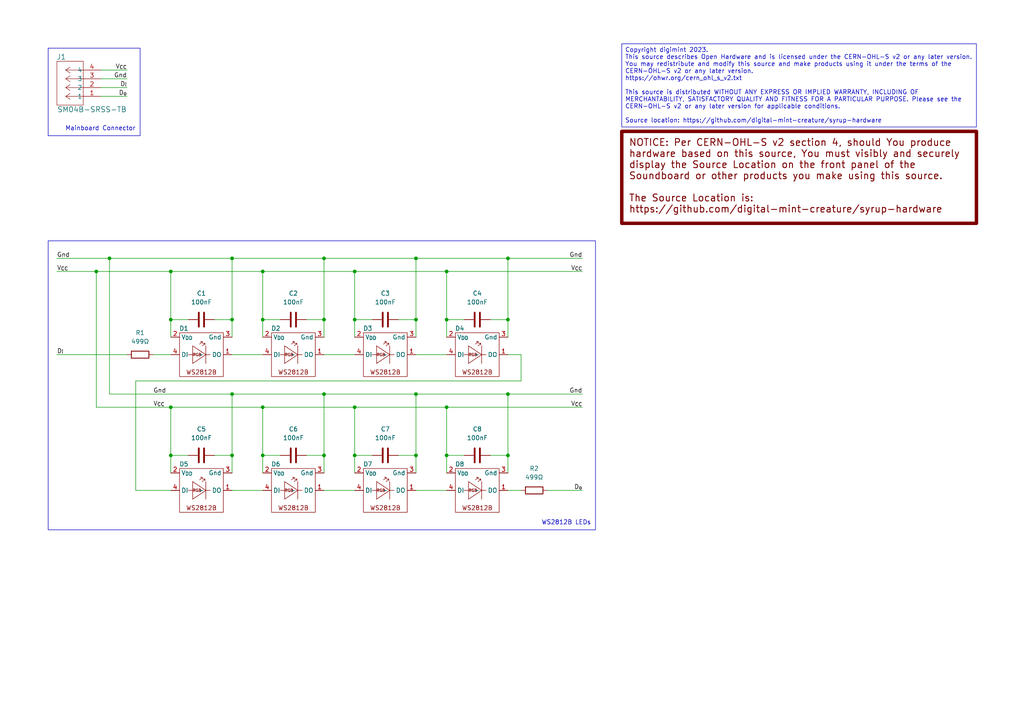
<source format=kicad_sch>
(kicad_sch (version 20230121) (generator eeschema)
  (paper "A4")
  (title_block (title "Syrup Hardware Soundboard: I/O Button Board") (date "2023-12-22") (rev "0.1.0") (company "https://twitch.tv/digimint") (comment 1 "Source Location: https://github.com/digital-mint-creature/syrup-hardware") (comment 3 "Licensed under CERN-OHL- v2 or any later version") (comment 4 "Copyright digimint 2023"))
  (lib_symbols
    (symbol "Device:C" (pin_numbers hide) (pin_names (offset 0.254))
      (property "Reference" "C" (at 0.635 2.54 0))
      (property "Value" "C" (at 0.635 -2.54 0))
      (symbol "C_0_1"
        (polyline (pts (xy -2.032 -0.762) (xy 2.032 -0.762)) (stroke (width 0.508)))
        (polyline (pts (xy -2.032 0.762) (xy 2.032 0.762)) (stroke (width 0.508)))
      )
      (symbol "C_1_1"
        (pin passive line (at 0 3.81 270) (length 2.794) (name "~") (number "1"))
        (pin passive line (at 0 -3.81 90) (length 2.794) (name "~") (number "2"))
      )
    )
    (symbol "Device:R" (pin_numbers hide) (pin_names (offset 0))
      (property "Reference" "R" (at 2.032 0 90))
      (property "Value" "R" (at 0 0 90))
      (symbol "R_0_1"
        (rectangle (start -1.016 -2.54) (end 1.016 2.54) (stroke (width 0.254)))
      )
      (symbol "R_1_1"
        (pin passive line (at 0 3.81 270) (length 1.27) (name "~") (number "1"))
        (pin passive line (at 0 -3.81 90) (length 1.27) (name "~") (number "2"))
      )
    )
    (symbol "syrup:SM04B-SRSS-TB" (pin_names (offset 0.254))
      (property "Reference" "J1" (at 11.43 -11.43 0))
      (property "Value" "SM04B-SRSS-TB" (at 2.54 3.81 0))
      (symbol "SM04B-SRSS-TB_1_1"
        (polyline (pts (xy 5.08 -10.16) (xy 12.7 -10.16)) (stroke (width 0.127)))
        (polyline (pts (xy 5.08 2.54) (xy 5.08 -10.16)) (stroke (width 0.127)))
        (polyline (pts (xy 10.16 -7.62) (xy 5.08 -7.62)) (stroke (width 0.127)))
        (polyline (pts (xy 10.16 -7.62) (xy 8.89 -8.4667)) (stroke (width 0.127)))
        (polyline (pts (xy 10.16 -7.62) (xy 8.89 -6.7733)) (stroke (width 0.127)))
        (polyline (pts (xy 10.16 -5.08) (xy 5.08 -5.08)) (stroke (width 0.127)))
        (polyline (pts (xy 10.16 -5.08) (xy 8.89 -5.9267)) (stroke (width 0.127)))
        (polyline (pts (xy 10.16 -5.08) (xy 8.89 -4.2333)) (stroke (width 0.127)))
        (polyline (pts (xy 10.16 -2.54) (xy 5.08 -2.54)) (stroke (width 0.127)))
        (polyline (pts (xy 10.16 -2.54) (xy 8.89 -3.3867)) (stroke (width 0.127)))
        (polyline (pts (xy 10.16 -2.54) (xy 8.89 -1.6933)) (stroke (width 0.127)))
        (polyline (pts (xy 10.16 0) (xy 5.08 0)) (stroke (width 0.127)))
        (polyline (pts (xy 10.16 0) (xy 8.89 -0.8467)) (stroke (width 0.127)))
        (polyline (pts (xy 10.16 0) (xy 8.89 0.8467)) (stroke (width 0.127)))
        (polyline (pts (xy 12.7 -10.16) (xy 12.7 2.54)) (stroke (width 0.127)))
        (polyline (pts (xy 12.7 2.54) (xy 5.08 2.54)) (stroke (width 0.127)))
        (pin input line (at 0 0 0) (length 5.08) (name "1") (number "1"))
        (pin output line (at 0 -2.54 0) (length 5.08) (name "2") (number "2"))
        (pin power_out line (at 0 -5.08 0) (length 5.08) (name "3") (number "3"))
        (pin power_out line (at 0 -7.62 0) (length 5.08) (name "4") (number "4"))
      )
      (symbol "SM04B-SRSS-TB_1_2"
        (polyline (pts (xy 5.08 -10.16) (xy 12.7 -10.16)) (stroke (width 0.127)))
        (polyline (pts (xy 5.08 2.54) (xy 5.08 -10.16)) (stroke (width 0.127)))
        (polyline (pts (xy 7.62 -7.62) (xy 5.08 -7.62)) (stroke (width 0.127)))
        (polyline (pts (xy 7.62 -7.62) (xy 8.89 -8.4667)) (stroke (width 0.127)))
        (polyline (pts (xy 7.62 -7.62) (xy 8.89 -6.7733)) (stroke (width 0.127)))
        (polyline (pts (xy 7.62 -5.08) (xy 5.08 -5.08)) (stroke (width 0.127)))
        (polyline (pts (xy 7.62 -5.08) (xy 8.89 -5.9267)) (stroke (width 0.127)))
        (polyline (pts (xy 7.62 -5.08) (xy 8.89 -4.2333)) (stroke (width 0.127)))
        (polyline (pts (xy 7.62 -2.54) (xy 5.08 -2.54)) (stroke (width 0.127)))
        (polyline (pts (xy 7.62 -2.54) (xy 8.89 -3.3867)) (stroke (width 0.127)))
        (polyline (pts (xy 7.62 -2.54) (xy 8.89 -1.6933)) (stroke (width 0.127)))
        (polyline (pts (xy 7.62 0) (xy 5.08 0)) (stroke (width 0.127)))
        (polyline (pts (xy 7.62 0) (xy 8.89 -0.8467)) (stroke (width 0.127)))
        (polyline (pts (xy 7.62 0) (xy 8.89 0.8467)) (stroke (width 0.127)))
        (polyline (pts (xy 12.7 -10.16) (xy 12.7 2.54)) (stroke (width 0.127)))
        (polyline (pts (xy 12.7 2.54) (xy 5.08 2.54)) (stroke (width 0.127)))
        (pin unspecified line (at 0 0 0) (length 5.08) (name "1") (number "1"))
        (pin unspecified line (at 0 -2.54 0) (length 5.08) (name "2") (number "2"))
        (pin unspecified line (at 0 -5.08 0) (length 5.08) (name "3") (number "3"))
        (pin unspecified line (at 0 -7.62 0) (length 5.08) (name "4") (number "4"))
      )
    )
    (symbol "syrup:XL-1615RGBC-WS2812B"
      (property "Reference" "D" (at -5.08 7.62 0))
      (symbol "XL-1615RGBC-WS2812B_0_1"
        (rectangle (start -6.35 6.35) (end 6.35 -6.35))
        (polyline (pts (xy -3.81 0) (xy -2.54 0)))
        (polyline (pts (xy 0.254 3.81) (xy 0.254 3.302)))
        (polyline (pts (xy 1.016 3.302) (xy 1.016 2.794)))
        (polyline (pts (xy 1.27 0) (xy 2.54 0)))
        (polyline (pts (xy 1.27 2.54) (xy 1.27 -2.54)))
        (polyline (pts (xy -0.508 3.048) (xy 0.254 3.81) (xy -0.254 3.81)))
        (polyline (pts (xy 0.254 2.54) (xy 1.016 3.302) (xy 0.508 3.302)))
        (polyline (pts (xy -2.54 2.54) (xy -2.54 -1.27) (xy -2.54 -2.54) (xy 1.27 0) (xy -2.54 2.54)))
      )
      (symbol "XL-1615RGBC-WS2812B_1_1"
        (text "RGB" (at -1.27 0 0) (effects (font (size 0.8 0.8))))
        (text "WS2812B" (at 0 -5.08 0) (effects (font (size 1.27 1.27))))
        (pin output line (at 8.89 0 180) (length 2.54) (name "DO") (number "1"))
        (pin power_in line (at -8.89 5.08 0) (length 2.54) (name "V_{DD}") (number "2"))
        (pin power_in line (at 8.89 5.08 180) (length 2.54) (name "Gnd") (number "3"))
        (pin input line (at -8.89 0 0) (length 2.54) (name "DI") (number "4"))
      )
    )
  )
  (junction (at 27.94 78.74))
  (junction (at 93.98 92.71))
  (junction (at 76.2 118.11))
  (junction (at 147.32 74.93))
  (junction (at 93.98 132.08))
  (junction (at 76.2 78.74))
  (junction (at 147.32 92.71))
  (junction (at 120.65 92.71))
  (junction (at 76.2 132.08))
  (junction (at 67.31 74.93))
  (junction (at 120.65 74.93))
  (junction (at 76.2 92.71))
  (junction (at 49.53 118.11))
  (junction (at 93.98 74.93))
  (junction (at 102.87 132.08))
  (junction (at 102.87 118.11))
  (junction (at 93.98 114.3))
  (junction (at 49.53 78.74))
  (junction (at 129.54 118.11))
  (junction (at 147.32 114.3))
  (junction (at 102.87 92.71))
  (junction (at 67.31 114.3))
  (junction (at 129.54 132.08))
  (junction (at 120.65 132.08))
  (junction (at 67.31 132.08))
  (junction (at 120.65 114.3))
  (junction (at 49.53 132.08))
  (junction (at 49.53 92.71))
  (junction (at 31.75 74.93))
  (junction (at 147.32 132.08))
  (junction (at 102.87 78.74))
  (junction (at 129.54 92.71))
  (junction (at 129.54 78.74))
  (junction (at 67.31 92.71))
  (wire (pts (xy 67.31 74.93) (xy 93.98 74.93)))
  (wire (pts (xy 88.9 132.08) (xy 93.98 132.08)))
  (wire (pts (xy 67.31 132.08) (xy 67.31 137.16)))
  (wire (pts (xy 49.53 118.11) (xy 49.53 132.08)))
  (wire (pts (xy 31.75 74.93) (xy 67.31 74.93)))
  (wire (pts (xy 93.98 142.24) (xy 102.87 142.24)))
  (wire (pts (xy 49.53 78.74) (xy 49.53 92.71)))
  (wire (pts (xy 88.9 92.71) (xy 93.98 92.71)))
  (wire (pts (xy 44.45 102.87) (xy 49.53 102.87)))
  (wire (pts (xy 76.2 92.71) (xy 76.2 97.79)))
  (wire (pts (xy 120.65 114.3) (xy 120.65 132.08)))
  (wire (pts (xy 93.98 74.93) (xy 93.98 92.71)))
  (wire (pts (xy 76.2 78.74) (xy 76.2 92.71)))
  (wire (pts (xy 29.21 20.32) (xy 36.83 20.32)))
  (wire (pts (xy 134.62 132.08) (xy 129.54 132.08)))
  (wire (pts (xy 102.87 92.71) (xy 102.87 97.79)))
  (wire (pts (xy 129.54 132.08) (xy 129.54 137.16)))
  (wire (pts (xy 142.24 92.71) (xy 147.32 92.71)))
  (wire (pts (xy 49.53 78.74) (xy 76.2 78.74)))
  (wire (pts (xy 142.24 132.08) (xy 147.32 132.08)))
  (wire (pts (xy 147.32 114.3) (xy 168.91 114.3)))
  (wire (pts (xy 147.32 92.71) (xy 147.32 97.79)))
  (wire (pts (xy 120.65 102.87) (xy 129.54 102.87)))
  (wire (pts (xy 81.28 132.08) (xy 76.2 132.08)))
  (wire (pts (xy 129.54 78.74) (xy 168.91 78.74)))
  (wire (pts (xy 93.98 102.87) (xy 102.87 102.87)))
  (wire (pts (xy 102.87 132.08) (xy 102.87 137.16)))
  (wire (pts (xy 67.31 74.93) (xy 67.31 92.71)))
  (wire (pts (xy 120.65 142.24) (xy 129.54 142.24)))
  (wire (pts (xy 147.32 132.08) (xy 147.32 137.16)))
  (wire (pts (xy 129.54 118.11) (xy 129.54 132.08)))
  (wire (pts (xy 67.31 114.3) (xy 93.98 114.3)))
  (wire (pts (xy 93.98 114.3) (xy 93.98 132.08)))
  (wire (pts (xy 115.57 92.71) (xy 120.65 92.71)))
  (wire (pts (xy 120.65 114.3) (xy 147.32 114.3)))
  (wire (pts (xy 102.87 78.74) (xy 102.87 92.71)))
  (wire (pts (xy 67.31 114.3) (xy 67.31 132.08)))
  (wire (pts (xy 102.87 118.11) (xy 129.54 118.11)))
  (wire (pts (xy 107.95 92.71) (xy 102.87 92.71)))
  (wire (pts (xy 49.53 132.08) (xy 49.53 137.16)))
  (wire (pts (xy 93.98 114.3) (xy 120.65 114.3)))
  (wire (pts (xy 16.51 78.74) (xy 27.94 78.74)))
  (wire (pts (xy 39.37 142.24) (xy 49.53 142.24)))
  (wire (pts (xy 67.31 92.71) (xy 67.31 97.79)))
  (wire (pts (xy 29.21 25.4) (xy 36.83 25.4)))
  (wire (pts (xy 158.75 142.24) (xy 168.91 142.24)))
  (wire (pts (xy 147.32 102.87) (xy 151.13 102.87)))
  (wire (pts (xy 31.75 114.3) (xy 31.75 74.93)))
  (wire (pts (xy 129.54 118.11) (xy 168.91 118.11)))
  (wire (pts (xy 76.2 78.74) (xy 102.87 78.74)))
  (wire (pts (xy 151.13 102.87) (xy 151.13 110.49)))
  (wire (pts (xy 120.65 132.08) (xy 120.65 137.16)))
  (wire (pts (xy 81.28 92.71) (xy 76.2 92.71)))
  (wire (pts (xy 147.32 114.3) (xy 147.32 132.08)))
  (wire (pts (xy 29.21 27.94) (xy 36.83 27.94)))
  (wire (pts (xy 27.94 118.11) (xy 27.94 78.74)))
  (wire (pts (xy 76.2 118.11) (xy 76.2 132.08)))
  (wire (pts (xy 27.94 78.74) (xy 49.53 78.74)))
  (wire (pts (xy 49.53 118.11) (xy 76.2 118.11)))
  (wire (pts (xy 67.31 102.87) (xy 76.2 102.87)))
  (wire (pts (xy 49.53 92.71) (xy 49.53 97.79)))
  (wire (pts (xy 76.2 132.08) (xy 76.2 137.16)))
  (wire (pts (xy 129.54 92.71) (xy 129.54 97.79)))
  (wire (pts (xy 67.31 142.24) (xy 76.2 142.24)))
  (wire (pts (xy 16.51 102.87) (xy 36.83 102.87)))
  (wire (pts (xy 151.13 110.49) (xy 39.37 110.49)))
  (wire (pts (xy 147.32 142.24) (xy 151.13 142.24)))
  (wire (pts (xy 76.2 118.11) (xy 102.87 118.11)))
  (wire (pts (xy 31.75 114.3) (xy 67.31 114.3)))
  (wire (pts (xy 54.61 132.08) (xy 49.53 132.08)))
  (wire (pts (xy 120.65 74.93) (xy 120.65 92.71)))
  (wire (pts (xy 129.54 78.74) (xy 129.54 92.71)))
  (wire (pts (xy 147.32 74.93) (xy 147.32 92.71)))
  (wire (pts (xy 93.98 92.71) (xy 93.98 97.79)))
  (wire (pts (xy 147.32 74.93) (xy 168.91 74.93)))
  (wire (pts (xy 29.21 22.86) (xy 36.83 22.86)))
  (wire (pts (xy 62.23 92.71) (xy 67.31 92.71)))
  (wire (pts (xy 120.65 74.93) (xy 147.32 74.93)))
  (wire (pts (xy 120.65 92.71) (xy 120.65 97.79)))
  (wire (pts (xy 102.87 78.74) (xy 129.54 78.74)))
  (wire (pts (xy 107.95 132.08) (xy 102.87 132.08)))
  (wire (pts (xy 39.37 110.49) (xy 39.37 142.24)))
  (wire (pts (xy 27.94 118.11) (xy 49.53 118.11)))
  (wire (pts (xy 102.87 118.11) (xy 102.87 132.08)))
  (wire (pts (xy 93.98 132.08) (xy 93.98 137.16)))
  (wire (pts (xy 93.98 74.93) (xy 120.65 74.93)))
  (wire (pts (xy 62.23 132.08) (xy 67.31 132.08)))
  (wire (pts (xy 115.57 132.08) (xy 120.65 132.08)))
  (wire (pts (xy 16.51 74.93) (xy 31.75 74.93)))
  (wire (pts (xy 134.62 92.71) (xy 129.54 92.71)))
  (wire (pts (xy 54.61 92.71) (xy 49.53 92.71)))
  (rectangle (start 13.97 69.85) (end 172.72 153.67))
  (rectangle (start 13.97 13.97) (end 40.64 39.37))
  (text_box "NOTICE: Per CERN-OHL-S v2 section 4, should You produce hardware based on this source, You must visibly and securely display the Source Location on the front panel of the Soundboard or other products you make using this source.\n\nThe Source Location is:\nhttps://github.com/digital-mint-creature/syrup-hardware" (at 180.34 38.1 0) (size 102.87 26.67) (stroke (width 1) (color 122 0 0 1)) (effects (font (size 2 2) (thickness 0.254) bold) (justify left top)))
  (text_box "Copyright digimint 2023.\nThis source describes Open Hardware and is licensed under the CERN-OHL-S v2 or any later version.\nYou may redistribute and modify this source and make products using it under the terms of the CERN-OHL-S v2 or any later version.\nhttps://ohwr.org/cern_ohl_s_v2.txt\n\nThis source is distributed WITHOUT ANY EXPRESS OR IMPLIED WARRANTY, INCLUDING OF MERCHANTABILITY, SATISFACTORY QUALITY AND FITNESS FOR A PARTICULAR PURPOSE. Please see the CERN-OHL-S v2 or any later version for applicable conditions.\n\nSource location: https://github.com/digital-mint-creature/syrup-hardware" (at 180.34 12.7 0) (size 102.87 24.13) (effects (font (size 1.27 1.27)) (justify left top)))
  (text "WS2812B LEDs" (at 171.45 152.4 0) (effects (font (size 1.27 1.27)) (justify right bottom)))
  (text "Mainboard Connector" (at 39.37 38.1 0) (effects (font (size 1.27 1.27)) (justify right bottom)))
  (label "V_{CC}" (at 16.51 78.74 0))
  (label "D_{i}" (at 36.83 25.4 180))
  (label "D_{i}" (at 16.51 102.87 0))
  (label "V_{CC}" (at 168.91 78.74 180))
  (label "D_{o}" (at 36.83 27.94 180))
  (label "Gnd" (at 168.91 114.3 180))
  (label "V_{CC}" (at 168.91 118.11 180))
  (label "V_{CC}" (at 36.83 20.32 180))
  (label "Gnd" (at 36.83 22.86 180))
  (label "Gnd" (at 168.91 74.93 180))
  (label "D_{o}" (at 168.91 142.24 180))
  (label "Gnd" (at 44.45 114.3 0))
  (label "Gnd" (at 16.51 74.93 0))
  (label "V_{CC}" (at 44.45 118.11 0))
  (symbol (lib_id "syrup:SM04B-SRSS-TB") (at 29.21 27.94 180) (unit 1)
    (property "Reference" "J1" (at 17.78 16.51 0) (effects (font (size 1.524 1.524))))
    (property "Value" "SM04B-SRSS-TB" (at 26.67 31.75 0) (effects (font (size 1.524 1.524))))
    (property "Footprint" "syrup:CONN_SM04B-SRSS-TB_JST" (effects hide))
    (property "Datasheet" "SM04B-SRSS-TB" (effects hide))
  )
  (symbol (lib_id "Device:C") (at 138.43 92.71 90) (unit 1)
    (property "Reference" "C4" (at 138.43 85.09 90))
    (property "Value" "100nF" (at 138.43 87.63 90))
    (property "Footprint" "Capacitor_SMD:C_0402_1005Metric" (effects hide))
  )
  (symbol (lib_id "syrup:XL-1615RGBC-WS2812B") (at 111.76 142.24 0) (unit 1)
    (property "Reference" "D7" (at 106.68 134.62 0))
    (property "Value" "~" (at 111.76 142.24 0))
    (property "Footprint" "syrup:XL-1615RGBC-WS2812B" (effects hide))
  )
  (symbol (lib_id "Device:R") (at 154.94 142.24 90) (unit 1)
    (property "Reference" "R2" (at 154.94 135.89 90))
    (property "Value" "499Ω" (at 154.94 138.43 90))
    (property "Footprint" "Resistor_SMD:R_0402_1005Metric" (effects hide))
  )
  (symbol (lib_id "Device:C") (at 138.43 132.08 90) (unit 1)
    (property "Reference" "C8" (at 138.43 124.46 90))
    (property "Value" "100nF" (at 138.43 127 90))
    (property "Footprint" "Capacitor_SMD:C_0402_1005Metric" (effects hide))
  )
  (symbol (lib_id "syrup:XL-1615RGBC-WS2812B") (at 58.42 102.87 0) (unit 1)
    (property "Reference" "D1" (at 53.34 95.25 0))
    (property "Value" "~" (at 58.42 102.87 0))
    (property "Footprint" "syrup:XL-1615RGBC-WS2812B" (effects hide))
  )
  (symbol (lib_id "syrup:XL-1615RGBC-WS2812B") (at 58.42 142.24 0) (unit 1)
    (property "Reference" "D5" (at 53.34 134.62 0))
    (property "Value" "~" (at 58.42 142.24 0))
    (property "Footprint" "syrup:XL-1615RGBC-WS2812B" (effects hide))
  )
  (symbol (lib_id "syrup:XL-1615RGBC-WS2812B") (at 138.43 102.87 0) (unit 1)
    (property "Reference" "D4" (at 133.35 95.25 0))
    (property "Value" "~" (at 138.43 102.87 0))
    (property "Footprint" "syrup:XL-1615RGBC-WS2812B" (effects hide))
  )
  (symbol (lib_id "syrup:XL-1615RGBC-WS2812B") (at 85.09 142.24 0) (unit 1)
    (property "Reference" "D6" (at 80.01 134.62 0))
    (property "Value" "~" (at 85.09 142.24 0))
    (property "Footprint" "syrup:XL-1615RGBC-WS2812B" (effects hide))
  )
  (symbol (lib_id "syrup:XL-1615RGBC-WS2812B") (at 138.43 142.24 0) (unit 1)
    (property "Reference" "D8" (at 133.35 134.62 0))
    (property "Value" "~" (at 138.43 142.24 0))
    (property "Footprint" "syrup:XL-1615RGBC-WS2812B" (effects hide))
  )
  (symbol (lib_id "syrup:XL-1615RGBC-WS2812B") (at 111.76 102.87 0) (unit 1)
    (property "Reference" "D3" (at 106.68 95.25 0))
    (property "Value" "~" (at 111.76 102.87 0))
    (property "Footprint" "syrup:XL-1615RGBC-WS2812B" (effects hide))
  )
  (symbol (lib_id "syrup:XL-1615RGBC-WS2812B") (at 85.09 102.87 0) (unit 1)
    (property "Reference" "D2" (at 80.01 95.25 0))
    (property "Value" "~" (at 85.09 102.87 0))
    (property "Footprint" "syrup:XL-1615RGBC-WS2812B" (effects hide))
  )
  (symbol (lib_id "Device:C") (at 58.42 92.71 90) (unit 1)
    (property "Reference" "C1" (at 58.42 85.09 90))
    (property "Value" "100nF" (at 58.42 87.63 90))
    (property "Footprint" "Capacitor_SMD:C_0402_1005Metric" (effects hide))
  )
  (symbol (lib_id "Device:C") (at 58.42 132.08 90) (unit 1)
    (property "Reference" "C5" (at 58.42 124.46 90))
    (property "Value" "100nF" (at 58.42 127 90))
    (property "Footprint" "Capacitor_SMD:C_0402_1005Metric" (effects hide))
  )
  (symbol (lib_id "Device:C") (at 111.76 132.08 90) (unit 1)
    (property "Reference" "C7" (at 111.76 124.46 90))
    (property "Value" "100nF" (at 111.76 127 90))
    (property "Footprint" "Capacitor_SMD:C_0402_1005Metric" (effects hide))
  )
  (symbol (lib_id "Device:C") (at 111.76 92.71 90) (unit 1)
    (property "Reference" "C3" (at 111.76 85.09 90))
    (property "Value" "100nF" (at 111.76 87.63 90))
    (property "Footprint" "Capacitor_SMD:C_0402_1005Metric" (effects hide))
  )
  (symbol (lib_id "Device:C") (at 85.09 132.08 90) (unit 1)
    (property "Reference" "C6" (at 85.09 124.46 90))
    (property "Value" "100nF" (at 85.09 127 90))
    (property "Footprint" "Capacitor_SMD:C_0402_1005Metric" (effects hide))
  )
  (symbol (lib_id "Device:C") (at 85.09 92.71 90) (unit 1)
    (property "Reference" "C2" (at 85.09 85.09 90))
    (property "Value" "100nF" (at 85.09 87.63 90))
    (property "Footprint" "Capacitor_SMD:C_0402_1005Metric" (effects hide))
  )
  (symbol (lib_id "Device:R") (at 40.64 102.87 90) (unit 1)
    (property "Reference" "R1" (at 40.64 96.52 90))
    (property "Value" "499Ω" (at 40.64 99.06 90))
    (property "Footprint" "Resistor_SMD:R_0402_1005Metric" (effects hide))
  )
)
</source>
